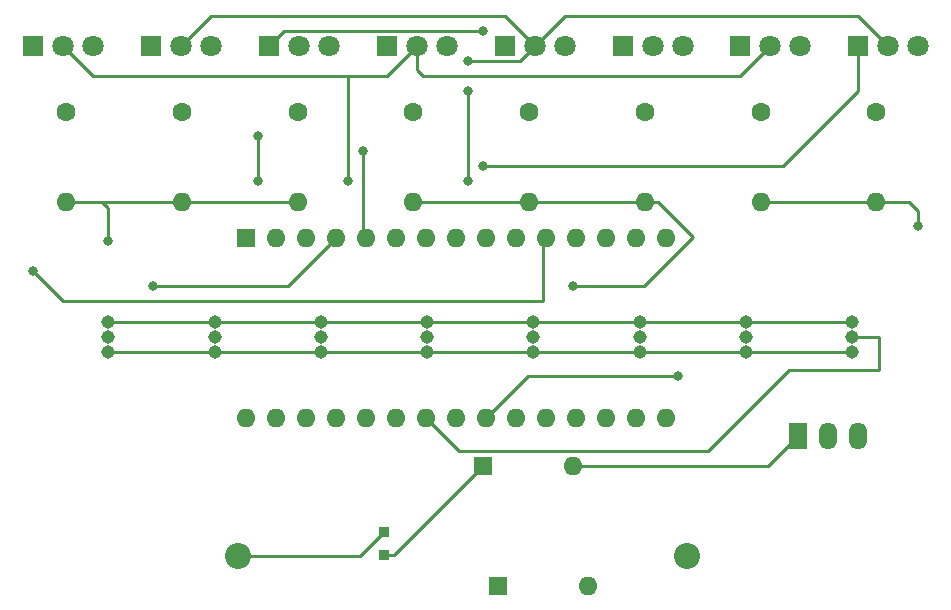
<source format=gtl>
G04 #@! TF.GenerationSoftware,KiCad,Pcbnew,(5.1.10)-1*
G04 #@! TF.CreationDate,2021-07-07T10:57:58-07:00*
G04 #@! TF.ProjectId,8MagnetTester4Filter,384d6167-6e65-4745-9465-737465723446,rev?*
G04 #@! TF.SameCoordinates,Original*
G04 #@! TF.FileFunction,Copper,L1,Top*
G04 #@! TF.FilePolarity,Positive*
%FSLAX46Y46*%
G04 Gerber Fmt 4.6, Leading zero omitted, Abs format (unit mm)*
G04 Created by KiCad (PCBNEW (5.1.10)-1) date 2021-07-07 10:57:58*
%MOMM*%
%LPD*%
G01*
G04 APERTURE LIST*
G04 #@! TA.AperFunction,ComponentPad*
%ADD10O,1.500000X2.300000*%
G04 #@! TD*
G04 #@! TA.AperFunction,ComponentPad*
%ADD11R,1.500000X2.300000*%
G04 #@! TD*
G04 #@! TA.AperFunction,ComponentPad*
%ADD12C,2.205000*%
G04 #@! TD*
G04 #@! TA.AperFunction,ComponentPad*
%ADD13R,1.800000X1.800000*%
G04 #@! TD*
G04 #@! TA.AperFunction,ComponentPad*
%ADD14C,1.800000*%
G04 #@! TD*
G04 #@! TA.AperFunction,ComponentPad*
%ADD15R,1.600000X1.600000*%
G04 #@! TD*
G04 #@! TA.AperFunction,ComponentPad*
%ADD16O,1.600000X1.600000*%
G04 #@! TD*
G04 #@! TA.AperFunction,SMDPad,CuDef*
%ADD17R,0.889000X0.952500*%
G04 #@! TD*
G04 #@! TA.AperFunction,ComponentPad*
%ADD18C,1.143000*%
G04 #@! TD*
G04 #@! TA.AperFunction,ComponentPad*
%ADD19C,1.600000*%
G04 #@! TD*
G04 #@! TA.AperFunction,ViaPad*
%ADD20C,0.800000*%
G04 #@! TD*
G04 #@! TA.AperFunction,Conductor*
%ADD21C,0.250000*%
G04 #@! TD*
G04 APERTURE END LIST*
D10*
X177800000Y-101600000D03*
X175260000Y-101600000D03*
D11*
X172720000Y-101600000D03*
D12*
X163257000Y-111760000D03*
X125287000Y-111760000D03*
D13*
X177800000Y-68580000D03*
D14*
X180340000Y-68580000D03*
X182880000Y-68580000D03*
D15*
X125984000Y-84836000D03*
D16*
X159004000Y-100076000D03*
X128524000Y-84836000D03*
X156464000Y-100076000D03*
X131064000Y-84836000D03*
X153924000Y-100076000D03*
X133604000Y-84836000D03*
X151384000Y-100076000D03*
X136144000Y-84836000D03*
X148844000Y-100076000D03*
X138684000Y-84836000D03*
X146304000Y-100076000D03*
X141224000Y-84836000D03*
X143764000Y-100076000D03*
X143764000Y-84836000D03*
X141224000Y-100076000D03*
X146304000Y-84836000D03*
X138684000Y-100076000D03*
X148844000Y-84836000D03*
X136144000Y-100076000D03*
X151384000Y-84836000D03*
X133604000Y-100076000D03*
X153924000Y-84836000D03*
X131064000Y-100076000D03*
X156464000Y-84836000D03*
X128524000Y-100076000D03*
X159004000Y-84836000D03*
X125984000Y-100076000D03*
X161544000Y-84836000D03*
X161544000Y-100076000D03*
D13*
X107950000Y-68580000D03*
D14*
X110490000Y-68580000D03*
X113030000Y-68580000D03*
X123008571Y-68580000D03*
X120468571Y-68580000D03*
D13*
X117928571Y-68580000D03*
X127907142Y-68580000D03*
D14*
X130447142Y-68580000D03*
X132987142Y-68580000D03*
X142965713Y-68580000D03*
X140425713Y-68580000D03*
D13*
X137885713Y-68580000D03*
X147864284Y-68580000D03*
D14*
X150404284Y-68580000D03*
X152944284Y-68580000D03*
X162922855Y-68580000D03*
X160382855Y-68580000D03*
D13*
X157842855Y-68580000D03*
D17*
X137668000Y-111671100D03*
X137668000Y-109728000D03*
D14*
X172901426Y-68580000D03*
X170361426Y-68580000D03*
D13*
X167821426Y-68580000D03*
D18*
X123300000Y-91948000D03*
X123300000Y-93218000D03*
X123300000Y-94488000D03*
X141300000Y-91948000D03*
X141300000Y-93218000D03*
X141300000Y-94488000D03*
X177300000Y-91948000D03*
X177300000Y-93218000D03*
X177300000Y-94488000D03*
X114300000Y-94488000D03*
X114300000Y-93218000D03*
X114300000Y-91948000D03*
X159300000Y-94488000D03*
X159300000Y-93218000D03*
X159300000Y-91948000D03*
X168300000Y-91948000D03*
X168300000Y-93218000D03*
X168300000Y-94488000D03*
X150300000Y-94488000D03*
X150300000Y-93218000D03*
X150300000Y-91948000D03*
X132300000Y-91948000D03*
X132300000Y-93218000D03*
X132300000Y-94488000D03*
D15*
X147320000Y-114300000D03*
D16*
X154940000Y-114300000D03*
X153670000Y-104140000D03*
D15*
X146050000Y-104140000D03*
D16*
X110744000Y-81788000D03*
D19*
X110744000Y-74168000D03*
X120541142Y-74168000D03*
D16*
X120541142Y-81788000D03*
X130338284Y-81788000D03*
D19*
X130338284Y-74168000D03*
X140135426Y-74168000D03*
D16*
X140135426Y-81788000D03*
X149932568Y-81788000D03*
D19*
X149932568Y-74168000D03*
X159729710Y-74168000D03*
D16*
X159729710Y-81788000D03*
X169526852Y-81788000D03*
D19*
X169526852Y-74168000D03*
X179324000Y-74168000D03*
D16*
X179324000Y-81788000D03*
D20*
X118110000Y-88900000D03*
X135890000Y-77470000D03*
X134620000Y-80010000D03*
X162560000Y-96520000D03*
X146050000Y-78740000D03*
X144780000Y-69850000D03*
X144780000Y-72390000D03*
X144780000Y-80010000D03*
X146050000Y-67310000D03*
X127000000Y-76200000D03*
X127000000Y-80010000D03*
X107950000Y-87630000D03*
X153670000Y-88900000D03*
X114300000Y-85090000D03*
X182880000Y-83820000D03*
D21*
X170180000Y-104140000D02*
X172720000Y-101600000D01*
X153670000Y-104140000D02*
X170180000Y-104140000D01*
X114300000Y-91948000D02*
X123300000Y-91948000D01*
X123300000Y-91948000D02*
X132300000Y-91948000D01*
X132300000Y-91948000D02*
X141300000Y-91948000D01*
X141300000Y-91948000D02*
X150300000Y-91948000D01*
X150300000Y-91948000D02*
X159300000Y-91948000D01*
X159300000Y-91948000D02*
X168300000Y-91948000D01*
X168300000Y-91948000D02*
X177300000Y-91948000D01*
X129540000Y-88900000D02*
X118110000Y-88900000D01*
X133604000Y-84836000D02*
X129540000Y-88900000D01*
X177300000Y-94488000D02*
X168300000Y-94488000D01*
X168300000Y-94488000D02*
X159300000Y-94488000D01*
X159300000Y-94488000D02*
X150300000Y-94488000D01*
X150300000Y-94488000D02*
X141300000Y-94488000D01*
X141300000Y-94488000D02*
X132300000Y-94488000D01*
X132300000Y-94488000D02*
X123300000Y-94488000D01*
X123300000Y-94488000D02*
X114300000Y-94488000D01*
X135890000Y-84582000D02*
X136144000Y-84836000D01*
X135890000Y-77470000D02*
X135890000Y-84582000D01*
X110490000Y-68580000D02*
X113030000Y-71120000D01*
X137885713Y-71120000D02*
X140425713Y-68580000D01*
X140425713Y-68580000D02*
X140425713Y-70575713D01*
X140425713Y-70575713D02*
X140970000Y-71120000D01*
X167821426Y-71120000D02*
X170361426Y-68580000D01*
X140970000Y-71120000D02*
X167821426Y-71120000D01*
X134620000Y-80010000D02*
X134620000Y-77666998D01*
X134620000Y-77666998D02*
X134620000Y-71120000D01*
X134620000Y-71120000D02*
X137885713Y-71120000D01*
X113030000Y-71120000D02*
X134620000Y-71120000D01*
X149860000Y-96520000D02*
X146304000Y-100076000D01*
X162560000Y-96520000D02*
X149860000Y-96520000D01*
X177800000Y-68580000D02*
X177800000Y-72390000D01*
X171450000Y-78740000D02*
X146050000Y-78740000D01*
X177800000Y-72390000D02*
X171450000Y-78740000D01*
X180340000Y-68580000D02*
X177800000Y-66040000D01*
X152944284Y-66040000D02*
X150404284Y-68580000D01*
X177800000Y-66040000D02*
X152944284Y-66040000D01*
X150404284Y-68580000D02*
X147864284Y-66040000D01*
X123008571Y-66040000D02*
X120468571Y-68580000D01*
X147864284Y-66040000D02*
X123008571Y-66040000D01*
X149134284Y-69850000D02*
X144780000Y-69850000D01*
X150404284Y-68580000D02*
X149134284Y-69850000D01*
X144780000Y-72390000D02*
X144780000Y-80010000D01*
X177300000Y-93218000D02*
X179578000Y-93218000D01*
X179578000Y-93218000D02*
X179578000Y-96012000D01*
X179578000Y-96012000D02*
X171958000Y-96012000D01*
X171958000Y-96012000D02*
X165100000Y-102870000D01*
X144018000Y-102870000D02*
X141224000Y-100076000D01*
X165100000Y-102870000D02*
X144018000Y-102870000D01*
X129177142Y-67310000D02*
X146050000Y-67310000D01*
X127907142Y-68580000D02*
X129177142Y-67310000D01*
X127000000Y-76200000D02*
X127000000Y-78740000D01*
X127000000Y-78740000D02*
X127000000Y-80010000D01*
X107950000Y-87630000D02*
X110490000Y-90170000D01*
X110490000Y-90170000D02*
X151130000Y-90170000D01*
X151130000Y-85090000D02*
X151384000Y-84836000D01*
X151130000Y-90170000D02*
X151130000Y-85090000D01*
X135636000Y-111760000D02*
X137668000Y-109728000D01*
X125287000Y-111760000D02*
X135636000Y-111760000D01*
X138518900Y-111671100D02*
X146050000Y-104140000D01*
X137668000Y-111671100D02*
X138518900Y-111671100D01*
X159729710Y-81788000D02*
X149932568Y-81788000D01*
X149932568Y-81788000D02*
X140135426Y-81788000D01*
X160861080Y-81788000D02*
X163830000Y-84756920D01*
X159729710Y-81788000D02*
X160861080Y-81788000D01*
X159686920Y-88900000D02*
X153670000Y-88900000D01*
X163830000Y-84756920D02*
X159686920Y-88900000D01*
X130338284Y-81788000D02*
X120541142Y-81788000D01*
X114300000Y-82296000D02*
X113792000Y-81788000D01*
X114300000Y-85090000D02*
X114300000Y-82296000D01*
X113792000Y-81788000D02*
X110744000Y-81788000D01*
X120541142Y-81788000D02*
X113792000Y-81788000D01*
X182880000Y-83820000D02*
X182880000Y-82550000D01*
X182118000Y-81788000D02*
X179324000Y-81788000D01*
X182880000Y-82550000D02*
X182118000Y-81788000D01*
X179324000Y-81788000D02*
X169526852Y-81788000D01*
M02*

</source>
